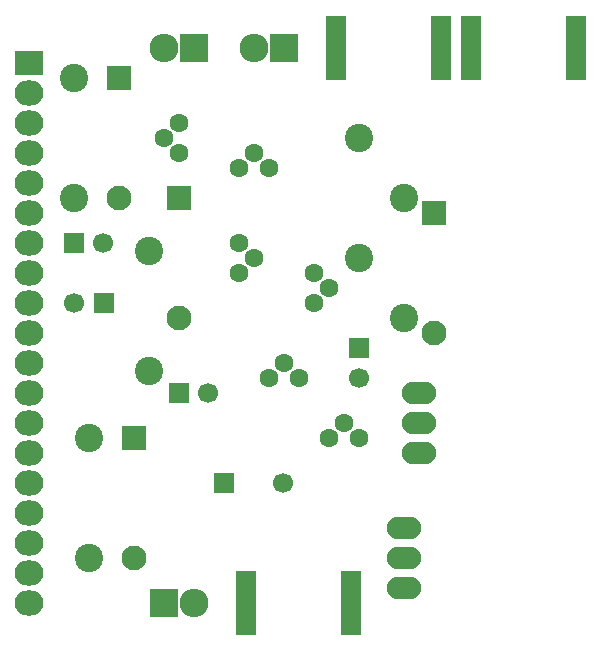
<source format=gbs>
G04 #@! TF.FileFunction,Soldermask,Bot*
%FSLAX46Y46*%
G04 Gerber Fmt 4.6, Leading zero omitted, Abs format (unit mm)*
G04 Created by KiCad (PCBNEW 4.0.4+e1-6308~48~ubuntu16.04.1-stable) date Mon Oct 24 15:05:17 2016*
%MOMM*%
%LPD*%
G01*
G04 APERTURE LIST*
%ADD10C,0.100000*%
%ADD11R,1.700000X1.700000*%
%ADD12C,1.700000*%
%ADD13R,2.432000X2.432000*%
%ADD14O,2.432000X2.432000*%
%ADD15O,2.899360X1.901140*%
%ADD16R,1.670000X5.480000*%
%ADD17R,2.432000X2.127200*%
%ADD18O,2.432000X2.127200*%
%ADD19C,2.398980*%
%ADD20C,2.099260*%
%ADD21R,2.099260X2.099260*%
%ADD22C,1.600000*%
G04 APERTURE END LIST*
D10*
D11*
X48260000Y-101600000D03*
D12*
X45760000Y-101600000D03*
D11*
X54610000Y-109220000D03*
D12*
X57110000Y-109220000D03*
D11*
X58420000Y-116840000D03*
D12*
X63420000Y-116840000D03*
D11*
X69850000Y-105410000D03*
D12*
X69850000Y-107910000D03*
D11*
X45720000Y-96520000D03*
D12*
X48220000Y-96520000D03*
D13*
X53340000Y-127000000D03*
D14*
X55880000Y-127000000D03*
D13*
X55880000Y-80010000D03*
D14*
X53340000Y-80010000D03*
D15*
X74930000Y-111760000D03*
X74930000Y-114300000D03*
X74930000Y-109220000D03*
X73660000Y-123190000D03*
X73660000Y-120650000D03*
X73660000Y-125730000D03*
D13*
X63500000Y-80010000D03*
D14*
X60960000Y-80010000D03*
D16*
X76835000Y-80010000D03*
X67945000Y-80010000D03*
X60325000Y-127000000D03*
X69215000Y-127000000D03*
X88265000Y-80010000D03*
X79375000Y-80010000D03*
D17*
X41910000Y-81280000D03*
D18*
X41910000Y-83820000D03*
X41910000Y-86360000D03*
X41910000Y-88900000D03*
X41910000Y-91440000D03*
X41910000Y-93980000D03*
X41910000Y-96520000D03*
X41910000Y-99060000D03*
X41910000Y-101600000D03*
X41910000Y-104140000D03*
X41910000Y-106680000D03*
X41910000Y-109220000D03*
X41910000Y-111760000D03*
X41910000Y-114300000D03*
X41910000Y-116840000D03*
X41910000Y-119380000D03*
X41910000Y-121920000D03*
X41910000Y-124460000D03*
X41910000Y-127000000D03*
D19*
X69850000Y-87630000D03*
X69850000Y-97790000D03*
X73660000Y-92710000D03*
X73660000Y-102870000D03*
X46990000Y-113030000D03*
X46990000Y-123190000D03*
X52070000Y-107315000D03*
X52070000Y-97155000D03*
X45720000Y-82550000D03*
X45720000Y-92710000D03*
D20*
X50802540Y-123190520D03*
D21*
X50802540Y-113030520D03*
D20*
X76202540Y-104140520D03*
D21*
X76202540Y-93980520D03*
D20*
X49532540Y-92710520D03*
D21*
X49532540Y-82550520D03*
D20*
X54612540Y-102870520D03*
D21*
X54612540Y-92710520D03*
D22*
X64770000Y-107950000D03*
X63500000Y-106680000D03*
X62230000Y-107950000D03*
X66040000Y-101600000D03*
X67310000Y-100330000D03*
X66040000Y-99060000D03*
X69850000Y-113030000D03*
X68580000Y-111760000D03*
X67310000Y-113030000D03*
X62230000Y-90170000D03*
X60960000Y-88900000D03*
X59690000Y-90170000D03*
X54610000Y-86360000D03*
X53340000Y-87630000D03*
X54610000Y-88900000D03*
X59690000Y-99060000D03*
X60960000Y-97790000D03*
X59690000Y-96520000D03*
M02*

</source>
